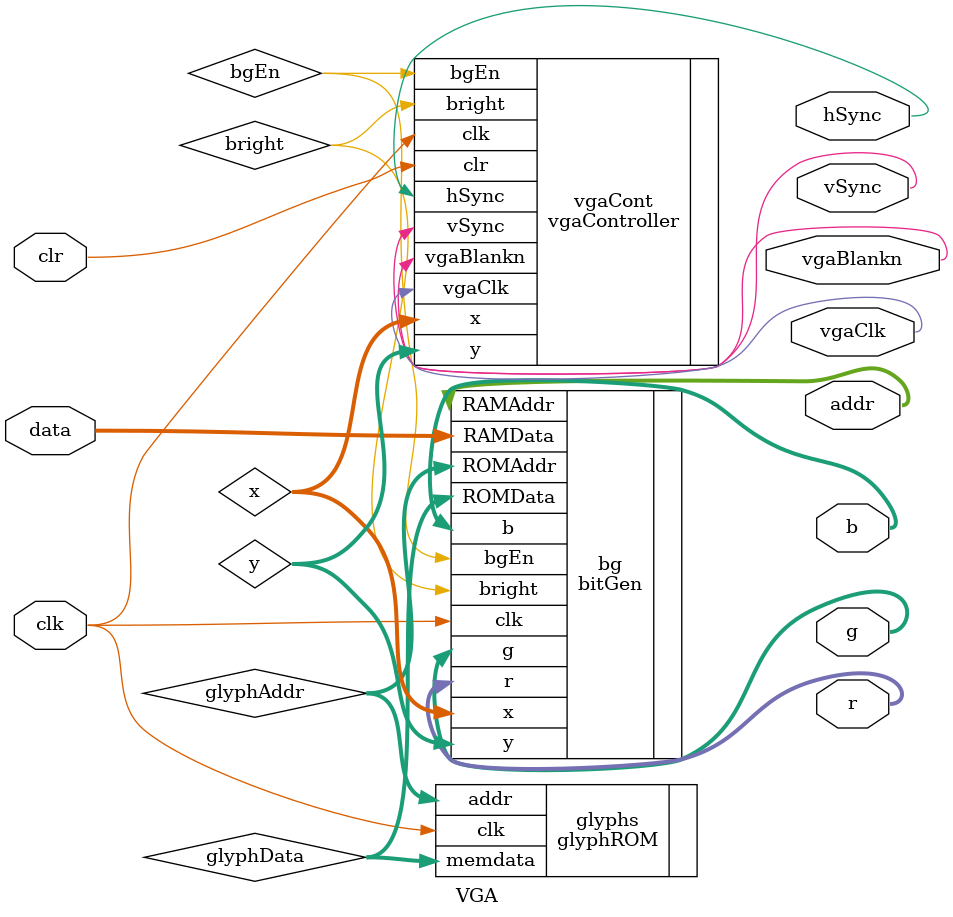
<source format=v>
module VGA(clk,clr, hSync, vSync, vgaBlankn, vgaClk, r,g,b, data,addr);
	input clk, clr;
	input [15:0] data;
	output hSync, vSync, vgaBlankn, vgaClk;
	output [7:0] r, g, b;
	output [12:0] addr;
	wire bright;
	wire [9:0] x,y;
	wire [12:0] glyphAddr;
	wire [63:0] glyphData;
	wire bgEn;
	
	vgaController vgaCont(.clk(clk), .clr(clr), .vgaBlankn(vgaBlankn), .hSync(hSync), .vSync(vSync), .bright(bright), .vgaClk(vgaClk), .x(x), .y(y), .bgEn(bgEn));
	bitGen bg(.clk(clk),.bright(bright), .r(r), .g(g), .b(b), .x(x), .y(y), .RAMData(data), .RAMAddr(addr), .ROMAddr(glyphAddr),.ROMData(glyphData), .bgEn(bgEn));
	glyphROM glyphs(.clk(clk),.addr(glyphAddr),.memdata(glyphData));
	
endmodule
</source>
